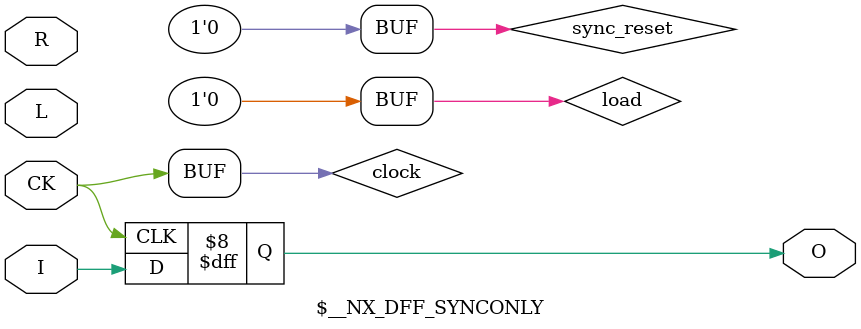
<source format=v>
(* abc9_flop, lib_whitebox *)
module \$__NX_DFF_SYNCONLY (input I, CK, L, R, output reg O);

parameter dff_ctxt = 1'bx;
parameter dff_edge = 1'b0;
parameter dff_init = 1'b0;
parameter dff_load = 1'b0;
parameter dff_type = 1'b0;

specify
	(posedge CK => (O : I)) = (247, 281);
	$setup(I, posedge CK, 232);
	$setup(L, posedge CK, 231);
	$setup(R, posedge CK, 209);
endspecify

initial begin
	O = dff_ctxt;
end

wire clock = CK ^ dff_edge;
wire load = (dff_type == 2) ? (dff_load ? L : 1'bx) : dff_type;
wire sync_reset = dff_init && R;

always @(posedge clock)
	if (sync_reset) O <= load;
	else O <= I;

endmodule
</source>
